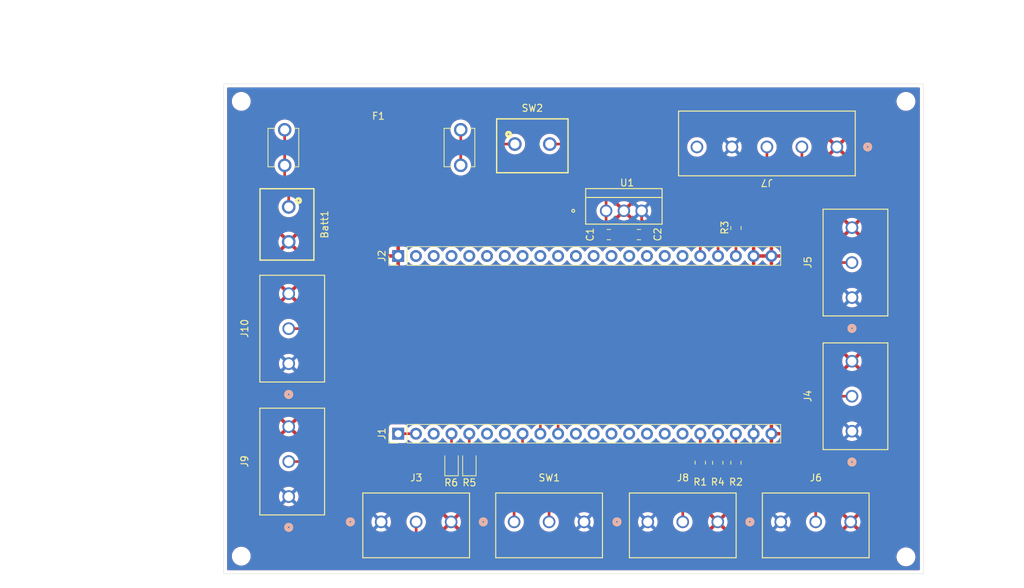
<source format=kicad_pcb>
(kicad_pcb (version 20240108) (generator "pcbnew") (generator_version "8.0")
  (layers (0 "F.Cu" signal) (31 "B.Cu" signal) (34 "B.Paste" user) (35 "F.Paste" user) (36 "B.SilkS" user "B.Silkscreen") (37 "F.SilkS" user "F.Silkscreen") (38 "B.Mask" user) (39 "F.Mask" user) (44 "Edge.Cuts" user))
  (net 0 "")
  (net 1 "Net-(Batt1-Pin_1)")
  (net 2 "GND")
  (net 3 "Net-(SW2-B)")
  (net 4 "VCC_5V")
  (net 5 "/GPIO3")
  (net 6 "+3.3V")
  (net 7 "/GPIO18")
  (net 8 "/GPIO16")
  (net 9 "/GPIO4")
  (net 10 "/GPIO7")
  (net 11 "/GPIO10")
  (net 12 "/GPIO12")
  (net 13 "/GPIO46")
  (net 14 "/GPIO13")
  (net 15 "/GPIO17")
  (net 16 "/GPIO14")
  (net 17 "/GPIO6")
  (net 18 "/GPIO8")
  (net 19 "/GPIO11")
  (net 20 "/GPIO15")
  (net 21 "/CHIP_PU")
  (net 22 "/GPIO5")
  (net 23 "/GPIO9")
  (net 24 "/GPIO36")
  (net 25 "/GPIO19")
  (net 26 "/U0TXD")
  (net 27 "/GPIO47")
  (net 28 "/GPIO37")
  (net 29 "/GPIO41")
  (net 30 "/GPIO39")
  (net 31 "/GPIO45")
  (net 32 "/GPIO21")
  (net 33 "/GPIO38")
  (net 34 "/GPIO20")
  (net 35 "/GPIO48")
  (net 36 "/GPIO42")
  (net 37 "/GPIO40")
  (net 38 "/GPIO1")
  (net 39 "/GPIO35")
  (net 40 "/GPIO2")
  (net 41 "/GPIO0")
  (net 42 "/U0RXD")
  (net 43 "Net-(J3-Pin_2)")
  (net 44 "Net-(J4-Pin_2)")
  (net 45 "Net-(J5-Pin_2)")
  (net 46 "Net-(J6-Pin_2)")
  (net 48 "Net-(SW2-A)")
  (footprint "FootprintLibrary:691137710002" (layer "F.Cu") (at 89.1794 48.9858 -90)
    (property "Reference" "Batt1" (at 0 -5.135 90) (layer "F.SilkS"))
    (property "Value" "9V")
    (fp_line (start -5.1 4.1) (end -5.1 -3.6) (stroke (width 0.2)) (layer "F.SilkS"))
    (fp_line (start 5.1 4.1) (end -5.1 4.1) (stroke (width 0.2)) (layer "F.SilkS"))
    (fp_line (start -5.1 -3.6) (end 5.1 -3.6) (stroke (width 0.2)) (layer "F.SilkS"))
    (fp_line (start 5.1 -3.6) (end 5.1 4.1) (stroke (width 0.2)) (layer "F.SilkS"))
    (fp_circle (center -3.4 -1.4) (end -3.3 -1.4) (stroke (width 0.4)) (fill none) (layer "F.SilkS"))
    (pad "1" thru_hole circle (at -2.5 0 270) (size 1.95 1.95) (drill 1.3) (layers "*.Cu" "*.Mask") (net 1 "Net-(Batt1-Pin_1)"))
    (pad "2" thru_hole circle (at 2.5 0 270) (size 1.95 1.95) (drill 1.3) (layers "*.Cu" "*.Mask") (net 2 "GND"))
  )
  (footprint "LED_SMD:LED_0805_2012Metric_Pad1.15x1.40mm_HandSolder" (layer "F.Cu") (at 115 83.05 90)
    (property "Reference" "R5" (at -2.85 0 180) (layer "F.SilkS"))
    (property "Value" "4.7k")
    (fp_line (start 1 -0.96) (end -1.86 -0.96) (stroke (width 0.12)) (layer "F.SilkS"))
    (fp_line (start -1.86 -0.96) (end -1.86 0.96) (stroke (width 0.12)) (layer "F.SilkS"))
    (fp_line (start -1.86 0.96) (end 1 0.96) (stroke (width 0.12)) (layer "F.SilkS"))
    (pad "1" smd roundrect (at -1.025 0 90) (size 1.15 1.4) (layers "F.Cu" "F.Paste" "F.Mask") (roundrect_rratio 0.217391) (net 2 "GND"))
    (pad "2" smd roundrect (at 1.025 0 90) (size 1.15 1.4) (layers "F.Cu" "F.Paste" "F.Mask") (roundrect_rratio 0.217391) (net 22 "/GPIO5"))
  )
  (footprint "FootprintLibrary:CONN_3pos_GREEN" (layer "F.Cu") (at 102.3951 91.5)
    (property "Reference" "J3" (at 5.025 -6.3 0) (layer "F.SilkS"))
    (property "Value" "Right_TurnSignals")
    (fp_circle (center -4.405 0) (end -4.024 0) (stroke (width 0.508)) (fill none) (layer "B.SilkS"))
    (fp_line (start -2.627 -4.127) (end -2.627 5.127) (stroke (width 0.1524)) (layer "F.SilkS"))
    (fp_line (start -2.627 5.127) (end 12.627001 5.127) (stroke (width 0.1524)) (layer "F.SilkS"))
    (fp_line (start 12.627001 -4.127) (end -2.627 -4.127) (stroke (width 0.1524)) (layer "F.SilkS"))
    (fp_line (start 12.627001 5.127) (end 12.627001 -4.127) (stroke (width 0.1524)) (layer "F.SilkS"))
    (fp_circle (center -4.405 0) (end -4.024 0) (stroke (width 0.508)) (fill none) (layer "F.SilkS"))
    (pad "1" thru_hole circle (at 0 0) (size 1.8034 1.8034) (drill 1.2954) (layers "*.Cu" "*.Mask") (net 4 "VCC_5V"))
    (pad "2" thru_hole circle (at 5 0) (size 1.8034 1.8034) (drill 1.2954) (layers "*.Cu" "*.Mask") (net 43 "Net-(J3-Pin_2)"))
    (pad "3" thru_hole circle (at 10 0) (size 1.8034 1.8034) (drill 1.2954) (layers "*.Cu" "*.Mask") (net 2 "GND"))
  )
  (footprint "Connector_PinHeader_2.54mm:PinHeader_1x22_P2.54mm_Vertical" (layer "F.Cu") (at 104.825 78.9 90)
    (property "Reference" "J1" (at 0 -2.33 90) (layer "F.SilkS"))
    (property "Value" "Conn_01x22_Pin")
    (fp_line (start -1.33 -1.33) (end 0 -1.33) (stroke (width 0.12)) (layer "F.SilkS"))
    (fp_line (start -1.33 0) (end -1.33 -1.33) (stroke (width 0.12)) (layer "F.SilkS"))
    (fp_line (start 1.33 1.27) (end 1.33 54.67) (stroke (width 0.12)) (layer "F.SilkS"))
    (fp_line (start -1.33 1.27) (end 1.33 1.27) (stroke (width 0.12)) (layer "F.SilkS"))
    (fp_line (start -1.33 1.27) (end -1.33 54.67) (stroke (width 0.12)) (layer "F.SilkS"))
    (fp_line (start -1.33 54.67) (end 1.33 54.67) (stroke (width 0.12)) (layer "F.SilkS"))
    (pad "1" thru_hole rect (at 0 0 90) (size 1.7 1.7) (drill 1) (layers "*.Cu" "*.Mask") (net 6 "+3.3V"))
    (pad "2" thru_hole oval (at 0 2.54 90) (size 1.7 1.7) (drill 1) (layers "*.Cu" "*.Mask") (net 6 "+3.3V"))
    (pad "3" thru_hole oval (at 0 5.08 90) (size 1.7 1.7) (drill 1) (layers "*.Cu" "*.Mask") (net 21 "/CHIP_PU"))
    (pad "4" thru_hole oval (at 0 7.62 90) (size 1.7 1.7) (drill 1) (layers "*.Cu" "*.Mask") (net 9 "/GPIO4"))
    (pad "5" thru_hole oval (at 0 10.16 90) (size 1.7 1.7) (drill 1) (layers "*.Cu" "*.Mask") (net 22 "/GPIO5"))
    (pad "6" thru_hole oval (at 0 12.7 90) (size 1.7 1.7) (drill 1) (layers "*.Cu" "*.Mask") (net 17 "/GPIO6"))
    (pad "7" thru_hole oval (at 0 15.24 90) (size 1.7 1.7) (drill 1) (layers "*.Cu" "*.Mask") (net 10 "/GPIO7"))
    (pad "8" thru_hole oval (at 0 17.78 90) (size 1.7 1.7) (drill 1) (layers "*.Cu" "*.Mask") (net 20 "/GPIO15"))
    (pad "9" thru_hole oval (at 0 20.32 90) (size 1.7 1.7) (drill 1) (layers "*.Cu" "*.Mask") (net 8 "/GPIO16"))
    (pad "10" thru_hole oval (at 0 22.86 90) (size 1.7 1.7) (drill 1) (layers "*.Cu" "*.Mask") (net 15 "/GPIO17"))
    (pad "11" thru_hole oval (at 0 25.4 90) (size 1.7 1.7) (drill 1) (layers "*.Cu" "*.Mask") (net 7 "/GPIO18"))
    (pad "12" thru_hole oval (at 0 27.94 90) (size 1.7 1.7) (drill 1) (layers "*.Cu" "*.Mask") (net 18 "/GPIO8"))
    (pad "13" thru_hole oval (at 0 30.48 90) (size 1.7 1.7) (drill 1) (layers "*.Cu" "*.Mask") (net 5 "/GPIO3"))
    (pad "14" thru_hole oval (at 0 33.02 90) (size 1.7 1.7) (drill 1) (layers "*.Cu" "*.Mask") (net 13 "/GPIO46"))
    (pad "15" thru_hole oval (at 0 35.56 90) (size 1.7 1.7) (drill 1) (layers "*.Cu" "*.Mask") (net 23 "/GPIO9"))
    (pad "16" thru_hole oval (at 0 38.1 90) (size 1.7 1.7) (drill 1) (layers "*.Cu" "*.Mask") (net 11 "/GPIO10"))
    (pad "17" thru_hole oval (at 0 40.64 90) (size 1.7 1.7) (drill 1) (layers "*.Cu" "*.Mask") (net 19 "/GPIO11"))
    (pad "18" thru_hole oval (at 0 43.18 90) (size 1.7 1.7) (drill 1) (layers "*.Cu" "*.Mask") (net 12 "/GPIO12"))
    (pad "19" thru_hole oval (at 0 45.72 90) (size 1.7 1.7) (drill 1) (layers "*.Cu" "*.Mask") (net 14 "/GPIO13"))
    (pad "20" thru_hole oval (at 0 48.26 90) (size 1.7 1.7) (drill 1) (layers "*.Cu" "*.Mask") (net 16 "/GPIO14"))
    (pad "21" thru_hole oval (at 0 50.8 90) (size 1.7 1.7) (drill 1) (layers "*.Cu" "*.Mask") (net 4 "VCC_5V"))
    (pad "22" thru_hole oval (at 0 53.34 90) (size 1.7 1.7) (drill 1) (layers "*.Cu" "*.Mask") (net 2 "GND"))
  )
  (footprint "FootprintLibrary:CONN_3pos_GREEN" (layer "F.Cu") (at 140.5 91.5)
    (property "Reference" "J8" (at 5.025 -6.3 0) (layer "F.SilkS"))
    (property "Value" "Hall_Frein_G")
    (fp_circle (center -4.405 0) (end -4.024 0) (stroke (width 0.508)) (fill none) (layer "B.SilkS"))
    (fp_line (start -2.627 -4.127) (end -2.627 5.127) (stroke (width 0.1524)) (layer "F.SilkS"))
    (fp_line (start -2.627 5.127) (end 12.627001 5.127) (stroke (width 0.1524)) (layer "F.SilkS"))
    (fp_line (start 12.627001 -4.127) (end -2.627 -4.127) (stroke (width 0.1524)) (layer "F.SilkS"))
    (fp_line (start 12.627001 5.127) (end 12.627001 -4.127) (stroke (width 0.1524)) (layer "F.SilkS"))
    (fp_circle (center -4.405 0) (end -4.024 0) (stroke (width 0.508)) (fill none) (layer "F.SilkS"))
    (pad "1" thru_hole circle (at 0 0) (size 1.8034 1.8034) (drill 1.2954) (layers "*.Cu" "*.Mask") (net 4 "VCC_5V"))
    (pad "2" thru_hole circle (at 5 0) (size 1.8034 1.8034) (drill 1.2954) (layers "*.Cu" "*.Mask") (net 20 "/GPIO15"))
    (pad "3" thru_hole circle (at 10 0) (size 1.8034 1.8034) (drill 1.2954) (layers "*.Cu" "*.Mask") (net 2 "GND"))
  )
  (footprint "FootprintLibrary:CONN_3pos_GREEN" (layer "F.Cu") (at 159.5 91.5)
    (property "Reference" "J6" (at 5.025 -6.3 0) (layer "F.SilkS"))
    (property "Value" "Headlights")
    (fp_circle (center -4.405 0) (end -4.024 0) (stroke (width 0.508)) (fill none) (layer "B.SilkS"))
    (fp_line (start -2.627 -4.127) (end -2.627 5.127) (stroke (width 0.1524)) (layer "F.SilkS"))
    (fp_line (start -2.627 5.127) (end 12.627001 5.127) (stroke (width 0.1524)) (layer "F.SilkS"))
    (fp_line (start 12.627001 -4.127) (end -2.627 -4.127) (stroke (width 0.1524)) (layer "F.SilkS"))
    (fp_line (start 12.627001 5.127) (end 12.627001 -4.127) (stroke (width 0.1524)) (layer "F.SilkS"))
    (fp_circle (center -4.405 0) (end -4.024 0) (stroke (width 0.508)) (fill none) (layer "F.SilkS"))
    (pad "1" thru_hole circle (at 0 0) (size 1.8034 1.8034) (drill 1.2954) (layers "*.Cu" "*.Mask") (net 4 "VCC_5V"))
    (pad "2" thru_hole circle (at 5 0) (size 1.8034 1.8034) (drill 1.2954) (layers "*.Cu" "*.Mask") (net 46 "Net-(J6-Pin_2)"))
    (pad "3" thru_hole circle (at 10 0) (size 1.8034 1.8034) (drill 1.2954) (layers "*.Cu" "*.Mask") (net 2 "GND"))
  )
  (footprint "MountingHole:MountingHole_2.2mm_M2" (layer "F.Cu") (at 82.4 31.4)
    (property "Reference" "REF**" (hide yes))
    (property "Value" "MountingHole_2.2mm_M2" (hide yes))
    (pad "" np_thru_hole circle (at 0 0) (size 2.2 2.2) (drill 2.2) (layers "*.Cu" "*.Mask"))
  )
  (footprint "Capacitor_SMD:C_0805_2012Metric_Pad1.18x1.45mm_HandSolder" (layer "F.Cu") (at 139.2238 50.4408 180)
    (property "Reference" "C2" (at -2.6963 0.0254 90) (layer "F.SilkS"))
    (property "Value" "10uF")
    (fp_line (start -0.261252 0.735) (end 0.261252 0.735) (stroke (width 0.12)) (layer "F.SilkS"))
    (fp_line (start -0.261252 -0.735) (end 0.261252 -0.735) (stroke (width 0.12)) (layer "F.SilkS"))
    (pad "1" smd roundrect (at -1.0375 0 180) (size 1.175 1.45) (layers "F.Cu" "F.Paste" "F.Mask") (roundrect_rratio 0.212766) (net 4 "VCC_5V"))
    (pad "2" smd roundrect (at 1.0375 0 180) (size 1.175 1.45) (layers "F.Cu" "F.Paste" "F.Mask") (roundrect_rratio 0.212766) (net 2 "GND"))
  )
  (footprint "FootprintLibrary:CONN_5_pos_GREEN" (layer "F.Cu") (at 167.5243 37.9122 180)
    (property "Reference" "J7" (at 10 -5.125 180) (layer "F.SilkS"))
    (property "Value" "HeartSensor")
    (fp_circle (center -4.404999 0) (end -4.023999 0) (stroke (width 0.508)) (fill none) (layer "B.SilkS"))
    (fp_line (start 22.627001 5.127) (end 22.627001 -4.127) (stroke (width 0.1524)) (layer "F.SilkS"))
    (fp_line (start 22.627001 -4.127) (end -2.627 -4.127) (stroke (width 0.1524)) (layer "F.SilkS"))
    (fp_line (start -2.627 5.127) (end 22.627001 5.127) (stroke (width 0.1524)) (layer "F.SilkS"))
    (fp_line (start -2.627 -4.127) (end -2.627 5.127) (stroke (width 0.1524)) (layer "F.SilkS"))
    (fp_circle (center -4.404999 0) (end -4.023999 0) (stroke (width 0.508)) (fill none) (layer "F.SilkS"))
    (pad "1" thru_hole circle (at 0 0 180) (size 1.8034 1.8034) (drill 1.2954) (layers "*.Cu" "*.Mask") (net 2 "GND"))
    (pad "2" thru_hole circle (at 5 0 180) (size 1.8034 1.8034) (drill 1.2954) (layers "*.Cu" "*.Mask") (net 34 "/GPIO20"))
    (pad "3" thru_hole circle (at 10 0 180) (size 1.8034 1.8034) (drill 1.2954) (layers "*.Cu" "*.Mask") (net 32 "/GPIO21"))
    (pad "4" thru_hole circle (at 15.000001 0 180) (size 1.8034 1.8034) (drill 1.2954) (layers "*.Cu" "*.Mask") (net 4 "VCC_5V"))
    (pad "5" thru_hole circle (at 20.000001 0 180) (size 1.8034 1.8034) (drill 1.2954) (layers "*.Cu" "*.Mask"))
  )
  (footprint "FootprintLibrary:TO-220-3_MCL" (layer "F.Cu") (at 134.5438 47.0408)
    (property "Reference" "U1" (at 3 -4 0) (layer "F.SilkS"))
    (property "Value" "MIC29310")
    (fp_line (start -2.921 -3.175) (end -2.921 1.905) (stroke (width 0.1524)) (layer "F.SilkS"))
    (fp_line (start -2.921 1.905) (end 8.001 1.905) (stroke (width 0.1524)) (layer "F.SilkS"))
    (fp_line (start -2.794 -1.905) (end 7.874 -1.905) (stroke (width 0.1524)) (layer "F.SilkS"))
    (fp_line (start 8.001 -3.175) (end -2.921 -3.175) (stroke (width 0.1524)) (layer "F.SilkS"))
    (fp_line (start 8.001 1.905) (end 8.001 -3.175) (stroke (width 0.1524)) (layer "F.SilkS"))
    (fp_circle (center -4.699 0) (end -4.4958 0) (stroke (width 0.1524)) (fill none) (layer "F.SilkS"))
    (pad "1" thru_hole circle (at 0 0) (size 1.778 1.778) (drill 1.27) (layers "*.Cu" "*.Mask") (net 3 "Net-(SW2-B)"))
    (pad "2" thru_hole circle (at 2.54 0) (size 1.778 1.778) (drill 1.27) (layers "*.Cu" "*.Mask") (net 2 "GND"))
    (pad "3" thru_hole circle (at 5.08 0) (size 1.778 1.778) (drill 1.27) (layers "*.Cu" "*.Mask") (net 4 "VCC_5V"))
  )
  (footprint "FootprintLibrary:691137710002" (layer "F.Cu") (at 124 37.5)
    (property "Reference" "SW2" (at 0 -5.135 0) (layer "F.SilkS"))
    (property "Value" "SW_SPST")
    (fp_line (start -5.1 -3.6) (end 5.1 -3.6) (stroke (width 0.2)) (layer "F.SilkS"))
    (fp_line (start -5.1 4.1) (end -5.1 -3.6) (stroke (width 0.2)) (layer "F.SilkS"))
    (fp_line (start 5.1 -3.6) (end 5.1 4.1) (stroke (width 0.2)) (layer "F.SilkS"))
    (fp_line (start 5.1 4.1) (end -5.1 4.1) (stroke (width 0.2)) (layer "F.SilkS"))
    (fp_circle (center -3.4 -1.4) (end -3.3 -1.4) (stroke (width 0.4)) (fill none) (layer "F.SilkS"))
    (pad "1" thru_hole circle (at -2.5 0) (size 1.95 1.95) (drill 1.3) (layers "*.Cu" "*.Mask") (net 48 "Net-(SW2-A)"))
    (pad "2" thru_hole circle (at 2.5 0) (size 1.95 1.95) (drill 1.3) (layers "*.Cu" "*.Mask") (net 3 "Net-(SW2-B)"))
  )
  (footprint "FootprintLibrary:CONN_3pos_GREEN" (layer "F.Cu") (at 169.68 59.440801 90)
    (property "Reference" "J5" (at 5.025 -6.3 90) (layer "F.SilkS"))
    (property "Value" "Left_TurnSignals")
    (fp_circle (center -4.405 0) (end -4.024 0) (stroke (width 0.508)) (fill none) (layer "B.SilkS"))
    (fp_line (start 12.627001 -4.127) (end -2.627 -4.127) (stroke (width 0.1524)) (layer "F.SilkS"))
    (fp_line (start -2.627 -4.127) (end -2.627 5.127) (stroke (width 0.1524)) (layer "F.SilkS"))
    (fp_line (start 12.627001 5.127) (end 12.627001 -4.127) (stroke (width 0.1524)) (layer "F.SilkS"))
    (fp_line (start -2.627 5.127) (end 12.627001 5.127) (stroke (width 0.1524)) (layer "F.SilkS"))
    (fp_circle (center -4.405 0) (end -4.024 0) (stroke (width 0.508)) (fill none) (layer "F.SilkS"))
    (pad "1" thru_hole circle (at 0 0 90) (size 1.8034 1.8034) (drill 1.2954) (layers "*.Cu" "*.Mask") (net 4 "VCC_5V"))
    (pad "2" thru_hole circle (at 5 0 90) (size 1.8034 1.8034) (drill 1.2954) (layers "*.Cu" "*.Mask") (net 45 "Net-(J5-Pin_2)"))
    (pad "3" thru_hole circle (at 10 0 90) (size 1.8034 1.8034) (drill 1.2954) (layers "*.Cu" "*.Mask") (net 2 "GND"))
  )
  (footprint "FootprintLibrary:CONN_3pos_GREEN" (layer "F.Cu") (at 89.1794 68.880901 90)
    (property "Reference" "J10" (at 5.025 -6.3 90) (layer "F.SilkS"))
    (property "Value" "Hall_Frein_D")
    (fp_circle (center -4.405 0) (end -4.024 0) (stroke (width 0.508)) (fill none) (layer "B.SilkS"))
    (fp_line (start 12.627001 -4.127) (end -2.627 -4.127) (stroke (width 0.1524)) (layer "F.SilkS"))
    (fp_line (start -2.627 -4.127) (end -2.627 5.127) (stroke (width 0.1524)) (layer "F.SilkS"))
    (fp_line (start 12.627001 5.127) (end 12.627001 -4.127) (stroke (width 0.1524)) (layer "F.SilkS"))
    (fp_line (start -2.627 5.127) (end 12.627001 5.127) (stroke (width 0.1524)) (layer "F.SilkS"))
    (fp_circle (center -4.405 0) (end -4.024 0) (stroke (width 0.508)) (fill none) (layer "F.SilkS"))
    (pad "1" thru_hole circle (at 0 0 90) (size 1.8034 1.8034) (drill 1.2954) (layers "*.Cu" "*.Mask") (net 4 "VCC_5V"))
    (pad "2" thru_hole circle (at 5 0 90) (size 1.8034 1.8034) (drill 1.2954) (layers "*.Cu" "*.Mask") (net 15 "/GPIO17"))
    (pad "3" thru_hole circle (at 10 0 90) (size 1.8034 1.8034) (drill 1.2954) (layers "*.Cu" "*.Mask") (net 2 "GND"))
  )
  (footprint "Resistor_SMD:R_0805_2012Metric_Pad1.20x1.40mm_HandSolder" (layer "F.Cu") (at 153.1 83.05 -90)
    (property "Reference" "R2" (at 2.75 0 180) (layer "F.SilkS"))
    (property "Value" "470")
    (fp_line (start -0.227064 0.735) (end 0.227064 0.735) (stroke (width 0.12)) (layer "F.SilkS"))
    (fp_line (start -0.227064 -0.735) (end 0.227064 -0.735) (stroke (width 0.12)) (layer "F.SilkS"))
    (pad "1" smd roundrect (at -1 0 270) (size 1.2 1.4) (layers "F.Cu" "F.Paste" "F.Mask") (roundrect_rratio 0.208333) (net 16 "/GPIO14"))
    (pad "2" smd roundrect (at 1 0 270) (size 1.2 1.4) (layers "F.Cu" "F.Paste" "F.Mask") (roundrect_rratio 0.208333) (net 44 "Net-(J4-Pin_2)"))
  )
  (footprint "MountingHole:MountingHole_2.2mm_M2" (layer "F.Cu") (at 82.4 96.4)
    (property "Reference" "REF**" (hide yes))
    (property "Value" "MountingHole_2.2mm_M2" (hide yes))
    (pad "" np_thru_hole circle (at 0 0) (size 2.2 2.2) (drill 2.2) (layers "*.Cu" "*.Mask"))
  )
  (footprint "FootprintLibrary:CONN_3pos_GREEN" (layer "F.Cu") (at 169.68 78.545701 90)
    (property "Reference" "J4" (at 5.025 -6.3 90) (layer "F.SilkS"))
    (property "Value" "Tailights")
    (fp_circle (center -4.405 0) (end -4.024 0) (stroke (width 0.508)) (fill none) (layer "B.SilkS"))
    (fp_line (start 12.627001 -4.127) (end -2.627 -4.127) (stroke (width 0.1524)) (layer "F.SilkS"))
    (fp_line (start -2.627 -4.127) (end -2.627 5.127) (stroke (width 0.1524)) (layer "F.SilkS"))
    (fp_line (start 12.627001 5.127) (end 12.627001 -4.127) (stroke (width 0.1524)) (layer "F.SilkS"))
    (fp_line (start -2.627 5.127) (end 12.627001 5.127) (stroke (width 0.1524)) (layer "F.SilkS"))
    (fp_circle (center -4.405 0) (end -4.024 0) (stroke (width 0.508)) (fill none) (layer "F.SilkS"))
    (pad "1" thru_hole circle (at 0 0 90) (size 1.8034 1.8034) (drill 1.2954) (layers "*.Cu" "*.Mask") (net 4 "VCC_5V"))
    (pad "2" thru_hole circle (at 5 0 90) (size 1.8034 1.8034) (drill 1.2954) (layers "*.Cu" "*.Mask") (net 44 "Net-(J4-Pin_2)"))
    (pad "3" thru_hole circle (at 10 0 90) (size 1.8034 1.8034) (drill 1.2954) (layers "*.Cu" "*.Mask") (net 2 "GND"))
  )
  (footprint "Resistor_SMD:R_0805_2012Metric_Pad1.20x1.40mm_HandSolder" (layer "F.Cu") (at 150.5 83.05 -90)
    (property "Reference" "R4" (at 2.75 0 180) (layer "F.SilkS"))
    (property "Value" "470")
    (fp_line (start -0.227064 0.735) (end 0.227064 0.735) (stroke (width 0.12)) (layer "F.SilkS"))
    (fp_line (start -0.227064 -0.735) (end 0.227064 -0.735) (stroke (width 0.12)) (layer "F.SilkS"))
    (pad "1" smd roundrect (at -1 0 270) (size 1.2 1.4) (layers "F.Cu" "F.Paste" "F.Mask") (roundrect_rratio 0.208333) (net 14 "/GPIO13"))
    (pad "2" smd roundrect (at 1 0 270) (size 1.2 1.4) (layers "F.Cu" "F.Paste" "F.Mask") (roundrect_rratio 0.208333) (net 46 "Net-(J6-Pin_2)"))
  )
  (footprint "FootprintLibrary:FUSE_3519" (layer "F.Cu") (at 88.4175 36.5025)
    (property "Reference" "F1" (at 13.5825 -3.0025 0) (layer "F.SilkS"))
    (property "Value" "3.2A")
    (fp_line (start -2.195 -1.245) (end -2.195 4.245) (stroke (width 0.127)) (layer "F.SilkS"))
    (fp_line (start -1.165 -1.245) (end -2.195 -1.245) (stroke (width 0.127)) (layer "F.SilkS"))
    (fp_line (start -1.165 4.245) (end -2.195 4.245) (stroke (width 0.127)) (layer "F.SilkS"))
    (fp_line (start 2.195 -1.245) (end 1.535 -1.245) (stroke (width 0.127)) (layer "F.SilkS"))
    (fp_line (start 2.195 -1.245) (end 2.195 4.245) (stroke (width 0.127)) (layer "F.SilkS"))
    (fp_line (start 2.195 4.245) (end 1.535 4.245) (stroke (width 0.127)) (layer "F.SilkS"))
    (fp_line (start 22.97 -1.25) (end 22.97 4.24) (stroke (width 0.127)) (layer "F.SilkS"))
    (fp_line (start 24 -1.25) (end 22.97 -1.25) (stroke (width 0.127)) (layer "F.SilkS"))
    (fp_line (start 24 4.24) (end 22.97 4.24) (stroke (width 0.127)) (layer "F.SilkS"))
    (fp_line (start 27.36 -1.25) (end 26.7 -1.25) (stroke (width 0.127)) (layer "F.SilkS"))
    (fp_line (start 27.36 -1.25) (end 27.36 4.24) (stroke (width 0.127)) (layer "F.SilkS"))
    (fp_line (start 27.36 4.24) (end 26.7 4.24) (stroke (width 0.127)) (layer "F.SilkS"))
    (pad "1" thru_hole circle (at 0.185 -1.04 270) (size 1.935 1.935) (drill 1.29) (layers "*.Cu" "*.Mask") (net 1 "Net-(Batt1-Pin_1)"))
    (pad "1" thru_hole circle (at 0.185 4.04 270) (size 1.935 1.935) (drill 1.29) (layers "*.Cu" "*.Mask") (net 1 "Net-(Batt1-Pin_1)"))
    (pad "2" thru_hole circle (at 25.35 -1.045 270) (size 1.935 1.935) (drill 1.29) (layers "*.Cu" "*.Mask") (net 48 "Net-(SW2-A)"))
    (pad "2" thru_hole circle (at 25.35 4.035 270) (size 1.935 1.935) (drill 1.29) (layers "*.Cu" "*.Mask") (net 48 "Net-(SW2-A)"))
  )
  (footprint "MountingHole:MountingHole_2.2mm_M2" (layer "F.Cu") (at 177.4 96.5)
    (property "Reference" "REF**" (hide yes))
    (property "Value" "MountingHole_2.2mm_M2" (hide yes))
    (pad "" np_thru_hole circle (at 0 0) (size 2.2 2.2) (drill 2.2) (layers "*.Cu" "*.Mask"))
  )
  (footprint "FootprintLibrary:CONN_3pos_GREEN" (layer "F.Cu") (at 89.1794 87.880901 90)
    (property "Reference" "J9" (at 5.025 -6.3 90) (layer "F.SilkS"))
    (property "Value" "Hall_Vitesse")
    (fp_circle (center -4.405 0) (end -4.024 0) (stroke (width 0.508)) (fill none) (layer "B.SilkS"))
    (fp_line (start 12.627001 -4.127) (end -2.627 -4.127) (stroke (width 0.1524)) (layer "F.SilkS"))
    (fp_line (start -2.627 -4.127) (end -2.627 5.127) (stroke (width 0.1524)) (layer "F.SilkS"))
    (fp_line (start 12.627001 5.127) (end 12.627001 -4.127) (stroke (width 0.1524)) (layer "F.SilkS"))
    (fp_line (start -2.627 5.127) (end 12.627001 5.127) (stroke (width 0.1524)) (layer "F.SilkS"))
    (fp_circle (center -4.405 0) (end -4.024 0) (stroke (width 0.508)) (fill none) (layer "F.SilkS"))
    (pad "1" thru_hole circle (at 0 0 90) (size 1.8034 1.8034) (drill 1.2954) (layers "*.Cu" "*.Mask") (net 4 "VCC_5V"))
    (pad "2" thru_hole circle (at 5 0 90) (size 1.8034 1.8034) (drill 1.2954) (layers "*.Cu" "*.Mask") (net 8 "/GPIO16"))
    (pad "3" thru_hole circle (at 10 0 90) (size 1.8034 1.8034) (drill 1.2954) (layers "*.Cu" "*.Mask") (net 2 "GND"))
  )
  (footprint "Connector_PinHeader_2.54mm:PinHeader_1x22_P2.54mm_Vertical" (layer "F.Cu") (at 104.825 53.5 90)
    (property "Reference" "J2" (at 0 -2.33 90) (layer "F.SilkS"))
    (property "Value" "Conn_01x22_Pin")
    (fp_line (start -1.33 -1.33) (end 0 -1.33) (stroke (width 0.12)) (layer "F.SilkS"))
    (fp_line (start -1.33 0) (end -1.33 -1.33) (stroke (width 0.12)) (layer "F.SilkS"))
    (fp_line (start 1.33 1.27) (end 1.33 54.67) (stroke (width 0.12)) (layer "F.SilkS"))
    (fp_line (start -1.33 1.27) (end 1.33 1.27) (stroke (width 0.12)) (layer "F.SilkS"))
    (fp_line (start -1.33 1.27) (end -1.33 54.67) (stroke (width 0.12)) (layer "F.SilkS"))
    (fp_line (start -1.33 54.67) (end 1.33 54.67) (stroke (width 0.12)) (layer "F.SilkS"))
    (pad "1" thru_hole rect (at 0 0 90) (size 1.7 1.7) (drill 1) (layers "*.Cu" "*.Mask") (net 2 "GND"))
    (pad "2" thru_hole oval (at 0 2.54 90) (size 1.7 1.7) (drill 1) (layers "*.Cu" "*.Mask") (net 26 "/U0TXD"))
    (pad "3" thru_hole oval (at 0 5.08 90) (size 1.7 1.7) (drill 1) (layers "*.Cu" "*.Mask") (net 42 "/U0RXD"))
    (pad "4" thru_hole oval (at 0 7.62 90) (size 1.7 1.7) (drill 1) (layers "*.Cu" "*.Mask") (net 38 "/GPIO1"))
    (pad "5" thru_hole oval (at 0 10.16 90) (size 1.7 1.7) (drill 1) (layers "*.Cu" "*.Mask") (net 40 "/GPIO2"))
    (pad "6" thru_hole oval (at 0 12.7 90) (size 1.7 1.7) (drill 1) (layers "*.Cu" "*.Mask") (net 36 "/GPIO42"))
    (pad "7" thru_hole oval (at 0 15.24 90) (size 1.7 1.7) (drill 1) (layers "*.Cu" "*.Mask") (net 29 "/GPIO41"))
    (pad "8" thru_hole oval (at 0 17.78 90) (size 1.7 1.7) (drill 1) (layers "*.Cu" "*.Mask") (net 37 "/GPIO40"))
    (pad "9" thru_hole oval (at 0 20.32 90) (size 1.7 1.7) (drill 1) (layers "*.Cu" "*.Mask") (net 30 "/GPIO39"))
    (pad "10" thru_hole oval (at 0 22.86 90) (size 1.7 1.7) (drill 1) (layers "*.Cu" "*.Mask") (net 33 "/GPIO38"))
    (pad "11" thru_hole oval (at 0 25.4 90) (size 1.7 1.7) (drill 1) (layers "*.Cu" "*.Mask") (net 28 "/GPIO37"))
    (pad "12" thru_hole oval (at 0 27.94 90) (size 1.7 1.7) (drill 1) (layers "*.Cu" "*.Mask") (net 24 "/GPIO36"))
    (pad "13" thru_hole oval (at 0 30.48 90) (size 1.7 1.7) (drill 1) (layers "*.Cu" "*.Mask") (net 39 "/GPIO35"))
    (pad "14" thru_hole oval (at 0 33.02 90) (size 1.7 1.7) (drill 1) (layers "*.Cu" "*.Mask") (net 41 "/GPIO0"))
    (pad "15" thru_hole oval (at 0 35.56 90) (size 1.7 1.7) (drill 1) (layers "*.Cu" "*.Mask") (net 31 "/GPIO45"))
    (pad "16" thru_hole oval (at 0 38.1 90) (size 1.7 1.7) (drill 1) (layers "*.Cu" "*.Mask") (net 35 "/GPIO48"))
    (pad "17" thru_hole oval (at 0 40.64 90) (size 1.7 1.7) (drill 1) (layers "*.Cu" "*.Mask") (net 27 "/GPIO47"))
    (pad "18" thru_hole oval (at 0 43.18 90) (size 1.7 1.7) (drill 1) (layers "*.Cu" "*.Mask") (net 32 "/GPIO21"))
    (pad "19" thru_hole oval (at 0 45.72 90) (size 1.7 1.7) (drill 1) (layers "*.Cu" "*.Mask") (net 34 "/GPIO20"))
    (pad "20" thru_hole oval (at 0 48.26 90) (size 1.7 1.7) (drill 1) (layers "*.Cu" "*.Mask") (net 25 "/GPIO19"))
    (pad "21" thru_hole oval (at 0 50.8 90) (size 1.7 1.7) (drill 1) (layers "*.Cu" "*.Mask") (net 2 "GND"))
    (pad "22" thru_hole oval (at 0 53.34 90) (size 1.7 1.7) (drill 1) (layers "*.Cu" "*.Mask") (net 2 "GND"))
  )
  (footprint "Resistor_SMD:R_0805_2012Metric_Pad1.20x1.40mm_HandSolder" (layer "F.Cu") (at 153.1 49.5 90)
    (property "Reference" "R3" (at 0.0508 -1.6002 90) (layer "F.SilkS"))
    (property "Value" "470")
    (fp_line (start -0.227064 -0.735) (end 0.227064 -0.735) (stroke (width 0.12)) (layer "F.SilkS"))
    (fp_line (start -0.227064 0.735) (end 0.227064 0.735) (stroke (width 0.12)) (layer "F.SilkS"))
    (pad "1" smd roundrect (at -1 0 90) (size 1.2 1.4) (layers "F.Cu" "F.Paste" "F.Mask") (roundrect_rratio 0.208333) (net 25 "/GPIO19"))
    (pad "2" smd roundrect (at 1 0 90) (size 1.2 1.4) (layers "F.Cu" "F.Paste" "F.Mask") (roundrect_rratio 0.208333) (net 45 "Net-(J5-Pin_2)"))
  )
  (footprint "Capacitor_SMD:C_0805_2012Metric_Pad1.18x1.45mm_HandSolder" (layer "F.Cu") (at 134.9238 50.4408)
    (property "Reference" "C1" (at -2.667 0 90) (layer "F.SilkS"))
    (property "Value" "0.1uF")
    (fp_line (start -0.261252 -0.735) (end 0.261252 -0.735) (stroke (width 0.12)) (layer "F.SilkS"))
    (fp_line (start -0.261252 0.735) (end 0.261252 0.735) (stroke (width 0.12)) (layer "F.SilkS"))
    (pad "1" smd roundrect (at -1.0375 0) (size 1.175 1.45) (layers "F.Cu" "F.Paste" "F.Mask") (roundrect_rratio 0.212766) (net 3 "Net-(SW2-B)"))
    (pad "2" smd roundrect (at 1.0375 0) (size 1.175 1.45) (layers "F.Cu" "F.Paste" "F.Mask") (roundrect_rratio 0.212766) (net 2 "GND"))
  )
  (footprint "LED_SMD:LED_0805_2012Metric_Pad1.15x1.40mm_HandSolder" (layer "F.Cu") (at 112.45 83.05 90)
    (property "Reference" "R6" (at -2.85 -0.05 180) (layer "F.SilkS"))
    (property "Value" "4.7k")
    (fp_line (start 1 -0.96) (end -1.86 -0.96) (stroke (width 0.12)) (layer "F.SilkS"))
    (fp_line (start -1.86 -0.96) (end -1.86 0.96) (stroke (width 0.12)) (layer "F.SilkS"))
    (fp_line (start -1.86 0.96) (end 1 0.96) (stroke (width 0.12)) (layer "F.SilkS"))
    (pad "1" smd roundrect (at -1.025 0 90) (size 1.15 1.4) (layers "F.Cu" "F.Paste" "F.Mask") (roundrect_rratio 0.217391) (net 2 "GND"))
    (pad "2" smd roundrect (at 1.025 0 90) (size 1.15 1.4) (layers "F.Cu" "F.Paste" "F.Mask") (roundrect_rratio 0.217391) (net 9 "/GPIO4"))
  )
  (footprint "Resistor_SMD:R_0805_2012Metric_Pad1.20x1.40mm_HandSolder" (layer "F.Cu") (at 148.0058 83.0326 -90)
    (property "Reference" "R1" (at 2.7674 0.0058 180) (layer "F.SilkS"))
    (property "Value" "470")
    (fp_line (start -0.227064 0.735) (end 0.227064 0.735) (stroke (width 0.12)) (layer "F.SilkS"))
    (fp_line (start -0.227064 -0.735) (end 0.227064 -0.735) (stroke (width 0.12)) (layer "F.SilkS"))
    (pad "1" smd roundrect (at -1 0 270) (size 1.2 1.4) (layers "F.Cu" "F.Paste" "F.Mask") (roundrect_rratio 0.208333) (net 12 "/GPIO12"))
    (pad "2" smd roundrect (at 1 0 270) (size 1.2 1.4) (layers "F.Cu" "F.Paste" "F.Mask") (roundrect_rratio 0.208333) (net 43 "Net-(J3-Pin_2)"))
  )
  (footprint "MountingHole:MountingHole_2.2mm_M2" (layer "F.Cu") (at 177.4 31.4)
    (property "Reference" "REF**" (hide yes))
    (property "Value" "MountingHole_2.2mm_M2" (hide yes))
    (pad "" np_thru_hole circle (at 0 0) (size 2.2 2.2) (drill 2.2) (layers "*.Cu" "*.Mask"))
  )
  (footprint "FootprintLibrary:CONN_3pos_GREEN" (layer "F.Cu") (at 121.3951 91.5)
    (property "Reference" "SW1" (at 5.025 -6.3 0) (layer "F.SilkS"))
    (property "Value" "SW_DP3T")
    (fp_circle (center -4.405 0) (end -4.024 0) (stroke (width 0.508)) (fill none) (layer "B.SilkS"))
    (fp_line (start -2.627 -4.127) (end -2.627 5.127) (stroke (width 0.1524)) (layer "F.SilkS"))
    (fp_line (start -2.627 5.127) (end 12.627001 5.127) (stroke (width 0.1524)) (layer "F.SilkS"))
    (fp_line (start 12.627001 -4.127) (end -2.627 -4.127) (stroke (width 0.1524)) (layer "F.SilkS"))
    (fp_line (start 12.627001 5.127) (end 12.627001 -4.127) (stroke (width 0.1524)) (layer "F.SilkS"))
    (fp_circle (center -4.405 0) (end -4.024 0) (stroke (width 0.508)) (fill none) (layer "F.SilkS"))
    (pad "1" thru_hole circle (at 0 0) (size 1.8034 1.8034) (drill 1.2954) (layers "*.Cu" "*.Mask") (net 9 "/GPIO4"))
    (pad "2" thru_hole circle (at 5 0) (size 1.8034 1.8034) (drill 1.2954) (layers "*.Cu" "*.Mask") (net 22 "/GPIO5"))
    (pad "3" thru_hole circle (at 10 0) (size 1.8034 1.8034) (drill 1.2954) (layers "*.Cu" "*.Mask") (net 4 "VCC_5V"))
  )
  (gr_rect (start 79.88 28.91) (end 179.88 98.91) (stroke (width 0.05)) (fill none) (layer "Edge.Cuts"))
  (segment (start 88.6025 35.4625) (end 88.6025 40.5425) (width 0.381) (layer "F.Cu") (net 1))
  (segment (start 88.6025 42.8025) (end 88.6025 40.5425) (width 0.381) (layer "F.Cu") (net 1))
  (segment (start 89.1794 46.4858) (end 89.1794 43.3794) (width 0.381) (layer "F.Cu") (net 1))
  (segment (start 89.1794 43.3794) (end 88.6025 42.8025) (width 0.381) (layer "F.Cu") (net 1))
  (segment (start 133.1 37.5) (end 134.5438 38.9438) (width 0.381) (layer "F.Cu") (net 3))
  (segment (start 134.5438 38.9438) (end 134.5438 47.0408) (width 0.381) (layer "F.Cu") (net 3))
  (segment (start 133.8863 50.4408) (end 133.8863 49.5137) (width 0.381) (layer "F.Cu") (net 3))
  (segment (start 126.5 37.5) (end 133.1 37.5) (width 0.381) (layer "F.Cu") (net 3))
  (segment (start 133.8863 49.5137) (end 134.5438 48.8562) (width 0.381) (layer "F.Cu") (net 3))
  (segment (start 134.5438 48.8562) (end 134.5438 47.0408) (width 0.381) (layer "F.Cu") (net 3))
  (segment (start 140.2613 48.9613) (end 140.2613 50.4408) (width 0.381) (layer "F.Cu") (net 4))
  (segment (start 139.6238 47.0408) (end 139.6238 48.3238) (width 0.381) (layer "F.Cu") (net 4))
  (segment (start 139.6238 48.3238) (end 140.2613 48.9613) (width 0.381) (layer "F.Cu") (net 4))
  (segment (start 104.825 78.9) (end 107.365 78.9) (width 0.381) (layer "F.Cu") (net 6))
  (segment (start 103.6 75.9) (end 124.4 75.9) (width 0.381) (layer "F.Cu") (net 8))
  (segment (start 96.619099 82.880901) (end 103.6 75.9) (width 0.381) (layer "F.Cu") (net 8))
  (segment (start 124.4 75.9) (end 125.145 76.645) (width 0.381) (layer "F.Cu") (net 8))
  (segment (start 125.145 76.645) (end 125.145 78.9) (width 0.381) (layer "F.Cu") (net 8))
  (segment (start 89.1794 82.880901) (end 96.619099 82.880901) (width 0.381) (layer "F.Cu") (net 8))
  (segment (start 110.6 82.7) (end 111.275 82.025) (width 0.381) (layer "F.Cu") (net 9))
  (segment (start 121.3951 91.5) (end 121.3951 87.1951) (width 0.381) (layer "F.Cu") (net 9))
  (segment (start 111.3 86.4) (end 110.6 85.7) (width 0.381) (layer "F.Cu") (net 9))
  (segment (start 110.6 85.7) (end 110.6 82.7) (width 0.381) (layer "F.Cu") (net 9))
  (segment (start 112.445 82.02) (end 112.45 82.025) (width 0.381) (layer "F.Cu") (net 9))
  (segment (start 121.3951 87.1951) (end 120.6 86.4) (width 0.381) (layer "F.Cu") (net 9))
  (segment (start 111.275 82.025) (end 112.45 82.025) (width 0.381) (layer "F.Cu") (net 9))
  (segment (start 112.445 78.9) (end 112.445 82.02) (width 0.381) (layer "F.Cu") (net 9))
  (segment (start 120.6 86.4) (end 111.3 86.4) (width 0.381) (layer "F.Cu") (net 9))
  (segment (start 148.005 82.0318) (end 148.0058 82.0326) (width 0.381) (layer "F.Cu") (net 12))
  (segment (start 148.005 78.9) (end 148.005 82.0318) (width 0.381) (layer "F.Cu") (net 12))
  (segment (start 150.545 78.9) (end 150.545 82.005) (width 0.381) (layer "F.Cu") (net 14))
  (segment (start 150.545 82.005) (end 150.5 82.05) (width 0.381) (layer "F.Cu") (net 14))
  (segment (start 125.780901 63.880901) (end 127.685 65.785) (width 0.381) (layer "F.Cu") (net 15))
  (segment (start 89.1794 63.880901) (end 125.780901 63.880901) (width 0.381) (layer "F.Cu") (net 15))
  (segment (start 127.685 65.785) (end 127.685 78.9) (width 0.381) (layer "F.Cu") (net 15))
  (segment (start 153.085 78.9) (end 153.085 82.035) (width 0.381) (layer "F.Cu") (net 16))
  (segment (start 153.085 82.035) (end 153.1 82.05) (width 0.381) (layer "F.Cu") (net 16))
  (segment (start 122.6 80.2) (end 122.605 80.195) (width 0.381) (layer "F.Cu") (net 20))
  (segment (start 145.5 91.5) (end 145.5 83) (width 0.381) (layer "F.Cu") (net 20))
  (segment (start 123.4 81) (end 122.6 80.2) (width 0.381) (layer "F.Cu") (net 20))
  (segment (start 143.5 81) (end 123.4 81) (width 0.381) (layer "F.Cu") (net 20))
  (segment (start 122.605 80.195) (end 122.605 78.9) (width 0.381) (layer "F.Cu") (net 20))
  (segment (start 145.5 83) (end 143.5 81) (width 0.381) (layer "F.Cu") (net 20))
  (segment (start 126.3951 83.8951) (end 124.5 82) (width 0.381) (layer "F.Cu") (net 22))
  (segment (start 124.5 82) (end 124.475 82.025) (width 0.381) (layer "F.Cu") (net 22))
  (segment (start 114.985 78.9) (end 114.985 82.01) (width 0.381) (layer "F.Cu") (net 22))
  (segment (start 124.475 82.025) (end 115 82.025) (width 0.381) (layer "F.Cu") (net 22))
  (segment (start 126.3951 91.5) (end 126.3951 83.8951) (width 0.381) (layer "F.Cu") (net 22))
  (segment (start 114.985 82.01) (end 115 82.025) (width 0.381) (layer "F.Cu") (net 22))
  (segment (start 153.1 53.485) (end 153.085 53.5) (width 0.381) (layer "F.Cu") (net 25))
  (segment (start 153.1 50.5) (end 153.1 53.485) (width 0.381) (layer "F.Cu") (net 25))
  (segment (start 156.7 43.3) (end 148.8 43.3) (width 0.381) (layer "F.Cu") (net 32))
  (segment (start 157.5243 37.9122) (end 157.5243 42.4757) (width 0.381) (layer "F.Cu") (net 32))
  (segment (start 157.5243 42.4757) (end 156.7 43.3) (width 0.381) (layer "F.Cu") (net 32))
  (segment (start 148.8 43.3) (end 148.005 44.095) (width 0.381) (layer "F.Cu") (net 32))
  (segment (start 148.005 44.095) (end 148.005 53.5) (width 0.381) (layer "F.Cu") (net 32))
  (segment (start 150.545 45.705) (end 150.545 53.5) (width 0.381) (layer "F.Cu") (net 34))
  (segment (start 161.2 45.1) (end 151.15 45.1) (width 0.381) (layer "F.Cu") (net 34))
  (segment (start 162.5243 43.7757) (end 161.2 45.1) (width 0.381) (layer "F.Cu") (net 34))
  (segment (start 151.15 45.1) (end 150.545 45.705) (width 0.381) (layer "F.Cu") (net 34))
  (segment (start 162.5243 37.9122) (end 162.5243 43.7757) (width 0.381) (layer "F.Cu") (net 34))
  (segment (start 148.0058 93.2942) (end 145.7 95.6) (width 0.381) (layer "F.Cu") (net 43))
  (segment (start 108.5 95.6) (end 107.3951 94.4951) (width 0.381) (layer "F.Cu") (net 43))
  (segment (start 148.0058 84.0326) (end 148.0058 93.2942) (width 0.381) (layer "F.Cu") (net 43))
  (segment (start 145.7 95.6) (end 108.5 95.6) (width 0.381) (layer "F.Cu") (net 43))
  (segment (start 107.3951 94.4951) (end 107.3951 91.5) (width 0.381) (layer "F.Cu") (net 43))
  (segment (start 164.554299 73.545701) (end 169.68 73.545701) (width 0.381) (layer "F.Cu") (net 44))
  (segment (start 163.7 74.4) (end 164.554299 73.545701) (width 0.381) (layer "F.Cu") (net 44))
  (segment (start 153.1 84.05) (end 162.45 84.05) (width 0.381) (layer "F.Cu") (net 44))
  (segment (start 163.7 82.8) (end 163.7 74.4) (width 0.381) (layer "F.Cu") (net 44))
  (segment (start 162.45 84.05) (end 163.7 82.8) (width 0.381) (layer "F.Cu") (net 44))
  (segment (start 166.940801 54.440801) (end 169.68 54.440801) (width 0.381) (layer "F.Cu") (net 45))
  (segment (start 153.1 48.5) (end 165.6 48.5) (width 0.381) (layer "F.Cu") (net 45))
  (segment (start 165.6 48.5) (end 166.2 49.1) (width 0.381) (layer "F.Cu") (net 45))
  (segment (start 166.2 49.1) (end 166.2 53.7) (width 0.381) (layer "F.Cu") (net 45))
  (segment (start 166.2 53.7) (end 166.940801 54.440801) (width 0.381) (layer "F.Cu") (net 45))
  (segment (start 150.5 84.05) (end 150.5 87.9) (width 0.381) (layer "F.Cu") (net 46))
  (segment (start 151.4 88.8) (end 163.6 88.8) (width 0.381) (layer "F.Cu") (net 46))
  (segment (start 163.6 88.8) (end 164.5 89.7) (width 0.381) (layer "F.Cu") (net 46))
  (segment (start 164.5 89.7) (end 164.5 91.5) (width 0.381) (layer "F.Cu") (net 46))
  (segment (start 150.5 87.9) (end 151.4 88.8) (width 0.381) (layer "F.Cu") (net 46))
  (segment (start 121.5 37.5) (end 113.7675 37.5) (width 0.381) (layer "F.Cu") (net 48))
  (segment (start 113.7675 35.4575) (end 113.7675 37.5) (width 0.381) (layer "F.Cu") (net 48))
  (segment (start 113.7675 37.5) (end 113.7675 40.5375) (width 0.381) (layer "F.Cu") (net 48))
  (zone (net 2) (net_name "GND") (layer "F.Cu") (priority 1) (connect_pads (clearance 0.5)) (min_thickness 0.25) (fill yes (thermal_gap 0.5) (thermal_bridge_width 0.5))
    (polygon (pts (xy 79 28) (xy 182 28) (xy 182 101) (xy 79 101)))
  )
  (zone (net 4) (net_name "VCC_5V") (layer "B.Cu") (connect_pads (clearance 0.5)) (min_thickness 0.25) (fill yes (thermal_gap 0.5) (thermal_bridge_width 0.5))
    (polygon (pts (xy 79 28) (xy 79 101) (xy 182 101) (xy 182 28)))
  )
)
</source>
